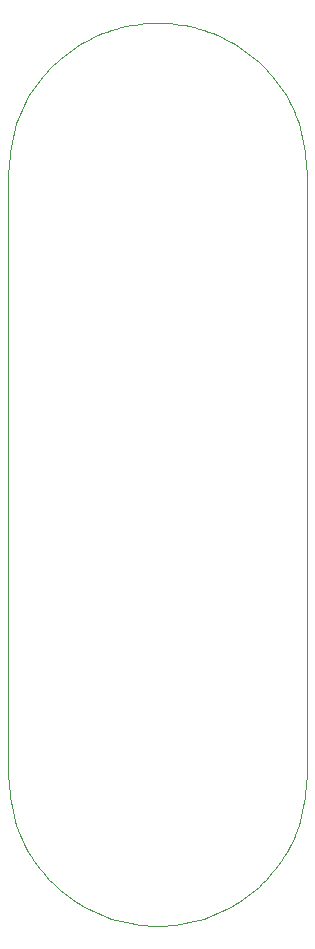
<source format=gm1>
G04 #@! TF.GenerationSoftware,KiCad,Pcbnew,(2017-01-24 revision 0b6147e)-makepkg*
G04 #@! TF.CreationDate,2017-06-09T09:58:06-07:00*
G04 #@! TF.ProjectId,POVSpinner,504F565370696E6E65722E6B69636164,rev?*
G04 #@! TF.FileFunction,Profile,NP*
%FSLAX46Y46*%
G04 Gerber Fmt 4.6, Leading zero omitted, Abs format (unit mm)*
G04 Created by KiCad (PCBNEW (2017-01-24 revision 0b6147e)-makepkg) date 06/09/17 09:58:06*
%MOMM*%
%LPD*%
G01*
G04 APERTURE LIST*
%ADD10C,0.100000*%
G04 APERTURE END LIST*
D10*
X137210000Y-111705287D02*
X137210000Y-60490000D01*
X111900000Y-111690000D02*
X111900000Y-60470000D01*
X111947879Y-60036388D02*
X111900000Y-60470000D01*
X111992608Y-59619415D02*
X111947879Y-60036388D01*
X112040537Y-59203356D02*
X111992608Y-59619415D01*
X112093266Y-58788671D02*
X112040537Y-59203356D01*
X112152392Y-58375817D02*
X112093266Y-58788671D01*
X112219518Y-57965253D02*
X112152392Y-58375817D01*
X112296241Y-57557434D02*
X112219518Y-57965253D01*
X112384162Y-57152820D02*
X112296241Y-57557434D01*
X112484881Y-56751869D02*
X112384162Y-57152820D01*
X112599996Y-56355037D02*
X112484881Y-56751869D01*
X112731082Y-55962782D02*
X112599996Y-56355037D01*
X112878737Y-55575535D02*
X112731082Y-55962782D01*
X113042346Y-55193693D02*
X112878737Y-55575535D01*
X113221215Y-54817652D02*
X113042346Y-55193693D01*
X113414649Y-54447806D02*
X113221215Y-54817652D01*
X113621954Y-54084551D02*
X113414649Y-54447806D01*
X113842438Y-53728282D02*
X113621954Y-54084551D01*
X114075405Y-53379396D02*
X113842438Y-53728282D01*
X114320162Y-53038286D02*
X114075405Y-53379396D01*
X114576015Y-52705349D02*
X114320162Y-53038286D01*
X114842271Y-52380980D02*
X114576015Y-52705349D01*
X115118304Y-52065557D02*
X114842271Y-52380980D01*
X115403798Y-51759392D02*
X115118304Y-52065557D01*
X115698518Y-51462773D02*
X115403798Y-51759392D01*
X116002228Y-51175992D02*
X115698518Y-51462773D01*
X116314696Y-50899338D02*
X116002228Y-51175992D01*
X116635686Y-50633103D02*
X116314696Y-50899338D01*
X116964965Y-50377576D02*
X116635686Y-50633103D01*
X117302297Y-50133048D02*
X116964965Y-50377576D01*
X117647449Y-49899808D02*
X117302297Y-50133048D01*
X118000185Y-49678148D02*
X117647449Y-49899808D01*
X118360271Y-49468357D02*
X118000185Y-49678148D01*
X118727379Y-49270670D02*
X118360271Y-49468357D01*
X119101058Y-49085244D02*
X118727379Y-49270670D01*
X119480841Y-48912229D02*
X119101058Y-49085244D01*
X119866266Y-48751777D02*
X119480841Y-48912229D01*
X120256868Y-48604040D02*
X119866266Y-48751777D01*
X120652183Y-48469166D02*
X120256868Y-48604040D01*
X121051747Y-48347309D02*
X120652183Y-48469166D01*
X121455096Y-48238618D02*
X121051747Y-48347309D01*
X121861766Y-48143245D02*
X121455096Y-48238618D01*
X122271292Y-48061340D02*
X121861766Y-48143245D01*
X122683213Y-47993045D02*
X122271292Y-48061340D01*
X123097086Y-47938408D02*
X122683213Y-47993045D01*
X123512476Y-47897431D02*
X123097086Y-47938408D01*
X123928950Y-47870112D02*
X123512476Y-47897431D01*
X124346074Y-47856453D02*
X123928950Y-47870112D01*
X124763415Y-47856453D02*
X124346074Y-47856453D01*
X125180539Y-47870112D02*
X124763415Y-47856453D01*
X125597013Y-47897430D02*
X125180539Y-47870112D01*
X126012403Y-47938408D02*
X125597013Y-47897430D01*
X126426275Y-47993044D02*
X126012403Y-47938408D01*
X126838196Y-48061339D02*
X126426275Y-47993044D01*
X127247723Y-48143244D02*
X126838196Y-48061339D01*
X127654393Y-48238617D02*
X127247723Y-48143244D01*
X128057742Y-48347308D02*
X127654393Y-48238617D01*
X128457306Y-48469165D02*
X128057742Y-48347308D01*
X128852621Y-48604038D02*
X128457306Y-48469165D01*
X129243223Y-48751776D02*
X128852621Y-48604038D01*
X129628647Y-48912227D02*
X129243223Y-48751776D01*
X130008431Y-49085242D02*
X129628647Y-48912227D01*
X130382109Y-49270668D02*
X130008431Y-49085242D01*
X130749218Y-49468355D02*
X130382109Y-49270668D01*
X131109303Y-49678146D02*
X130749218Y-49468355D01*
X131462040Y-49899806D02*
X131109303Y-49678146D01*
X131807191Y-50133045D02*
X131462040Y-49899806D01*
X132144523Y-50377574D02*
X131807191Y-50133045D01*
X132473802Y-50633101D02*
X132144523Y-50377574D01*
X132794792Y-50899337D02*
X132473802Y-50633101D01*
X133107260Y-51175990D02*
X132794792Y-50899337D01*
X133410970Y-51462772D02*
X133107260Y-51175990D01*
X133705690Y-51759390D02*
X133410970Y-51462772D01*
X133991184Y-52065556D02*
X133705690Y-51759390D01*
X134267217Y-52380978D02*
X133991184Y-52065556D01*
X134533472Y-52705348D02*
X134267217Y-52380978D01*
X134789326Y-53038285D02*
X134533472Y-52705348D01*
X135034083Y-53379395D02*
X134789326Y-53038285D01*
X135267050Y-53728282D02*
X135034083Y-53379395D01*
X135487533Y-54084550D02*
X135267050Y-53728282D01*
X135694839Y-54447805D02*
X135487533Y-54084550D01*
X135888273Y-54817651D02*
X135694839Y-54447805D01*
X136067141Y-55193693D02*
X135888273Y-54817651D01*
X136230750Y-55575535D02*
X136067141Y-55193693D01*
X136378405Y-55962782D02*
X136230750Y-55575535D01*
X136509491Y-56355037D02*
X136378405Y-55962782D01*
X136624606Y-56751869D02*
X136509491Y-56355037D01*
X136725325Y-57152820D02*
X136624606Y-56751869D01*
X136813246Y-57557434D02*
X136725325Y-57152820D01*
X136889969Y-57965253D02*
X136813246Y-57557434D01*
X136957094Y-58375818D02*
X136889969Y-57965253D01*
X137016221Y-58788671D02*
X136957094Y-58375818D01*
X137068949Y-59203356D02*
X137016221Y-58788671D01*
X137116878Y-59619415D02*
X137068949Y-59203356D01*
X137161608Y-60036388D02*
X137116878Y-59619415D01*
X137210000Y-60490000D02*
X137161608Y-60036388D01*
X111947879Y-112122716D02*
X111900000Y-111690000D01*
X111992608Y-112539689D02*
X111947879Y-112122716D01*
X112040537Y-112955748D02*
X111992608Y-112539689D01*
X112093265Y-113370432D02*
X112040537Y-112955748D01*
X112152392Y-113783286D02*
X112093265Y-113370432D01*
X112219517Y-114193851D02*
X112152392Y-113783286D01*
X112296240Y-114601670D02*
X112219517Y-114193851D01*
X112384161Y-115006283D02*
X112296240Y-114601670D01*
X112484880Y-115407235D02*
X112384161Y-115006283D01*
X112599995Y-115804067D02*
X112484880Y-115407235D01*
X112731080Y-116196322D02*
X112599995Y-115804067D01*
X112878736Y-116583569D02*
X112731080Y-116196322D01*
X113042345Y-116965411D02*
X112878736Y-116583569D01*
X113221213Y-117341453D02*
X113042345Y-116965411D01*
X113414647Y-117711299D02*
X113221213Y-117341453D01*
X113621953Y-118074554D02*
X113414647Y-117711299D01*
X113842436Y-118430822D02*
X113621953Y-118074554D01*
X114075403Y-118779709D02*
X113842436Y-118430822D01*
X114320160Y-119120819D02*
X114075403Y-118779709D01*
X114576013Y-119453756D02*
X114320160Y-119120819D01*
X114842269Y-119778125D02*
X114576013Y-119453756D01*
X115118302Y-120093547D02*
X114842269Y-119778125D01*
X115403796Y-120399713D02*
X115118302Y-120093547D01*
X115698516Y-120696332D02*
X115403796Y-120399713D01*
X116002226Y-120983113D02*
X115698516Y-120696332D01*
X116314694Y-121259767D02*
X116002226Y-120983113D01*
X116635684Y-121526002D02*
X116314694Y-121259767D01*
X116964963Y-121781529D02*
X116635684Y-121526002D01*
X117302295Y-122026058D02*
X116964963Y-121781529D01*
X117647447Y-122259297D02*
X117302295Y-122026058D01*
X118000183Y-122480957D02*
X117647447Y-122259297D01*
X118360268Y-122690748D02*
X118000183Y-122480957D01*
X118727377Y-122888435D02*
X118360268Y-122690748D01*
X119101055Y-123073862D02*
X118727377Y-122888435D01*
X119480839Y-123246876D02*
X119101055Y-123073862D01*
X119866264Y-123407328D02*
X119480839Y-123246876D01*
X120256866Y-123555066D02*
X119866264Y-123407328D01*
X120652181Y-123689939D02*
X120256866Y-123555066D01*
X121051745Y-123811796D02*
X120652181Y-123689939D01*
X121455093Y-123920487D02*
X121051745Y-123811796D01*
X121861763Y-124015860D02*
X121455093Y-123920487D01*
X122271290Y-124097765D02*
X121861763Y-124015860D01*
X122683211Y-124166060D02*
X122271290Y-124097765D01*
X123097083Y-124220696D02*
X122683211Y-124166060D01*
X123512473Y-124261674D02*
X123097083Y-124220696D01*
X123928947Y-124288992D02*
X123512473Y-124261674D01*
X124346071Y-124302651D02*
X123928947Y-124288992D01*
X124763412Y-124302651D02*
X124346071Y-124302651D01*
X125180536Y-124288992D02*
X124763412Y-124302651D01*
X125597010Y-124261674D02*
X125180536Y-124288992D01*
X126012400Y-124220697D02*
X125597010Y-124261674D01*
X126426272Y-124166060D02*
X126012400Y-124220697D01*
X126838194Y-124097765D02*
X126426272Y-124166060D01*
X127247720Y-124015861D02*
X126838194Y-124097765D01*
X127654390Y-123920488D02*
X127247720Y-124015861D01*
X128057739Y-123811797D02*
X127654390Y-123920488D01*
X128457303Y-123689940D02*
X128057739Y-123811797D01*
X128852618Y-123555067D02*
X128457303Y-123689940D01*
X129243220Y-123407329D02*
X128852618Y-123555067D01*
X129628645Y-123246877D02*
X129243220Y-123407329D01*
X130008429Y-123073863D02*
X129628645Y-123246877D01*
X130382107Y-122888437D02*
X130008429Y-123073863D01*
X130749216Y-122690750D02*
X130382107Y-122888437D01*
X131109301Y-122480959D02*
X130749216Y-122690750D01*
X131462038Y-122259299D02*
X131109301Y-122480959D01*
X131807189Y-122026060D02*
X131462038Y-122259299D01*
X132144522Y-121781531D02*
X131807189Y-122026060D01*
X132473800Y-121526004D02*
X132144522Y-121781531D01*
X132794790Y-121259769D02*
X132473800Y-121526004D01*
X133107258Y-120983115D02*
X132794790Y-121259769D01*
X133410969Y-120696334D02*
X133107258Y-120983115D01*
X133705688Y-120399716D02*
X133410969Y-120696334D01*
X133991182Y-120093550D02*
X133705688Y-120399716D01*
X134267216Y-119778128D02*
X133991182Y-120093550D01*
X134533471Y-119453759D02*
X134267216Y-119778128D01*
X134789325Y-119120821D02*
X134533471Y-119453759D01*
X135034082Y-118779712D02*
X134789325Y-119120821D01*
X135267049Y-118430825D02*
X135034082Y-118779712D01*
X135487533Y-118074557D02*
X135267049Y-118430825D01*
X135694838Y-117711302D02*
X135487533Y-118074557D01*
X135888272Y-117341456D02*
X135694838Y-117711302D01*
X136067141Y-116965414D02*
X135888272Y-117341456D01*
X136230750Y-116583572D02*
X136067141Y-116965414D01*
X136378405Y-116196325D02*
X136230750Y-116583572D01*
X136509490Y-115804070D02*
X136378405Y-116196325D01*
X136624606Y-115407238D02*
X136509490Y-115804070D01*
X136725325Y-115006287D02*
X136624606Y-115407238D01*
X136813246Y-114601673D02*
X136725325Y-115006287D01*
X136889969Y-114193855D02*
X136813246Y-114601673D01*
X136957094Y-113783290D02*
X136889969Y-114193855D01*
X137016221Y-113370436D02*
X136957094Y-113783290D01*
X137068949Y-112955751D02*
X137016221Y-113370436D01*
X137116878Y-112539692D02*
X137068949Y-112955751D01*
X137161608Y-112122719D02*
X137116878Y-112539692D01*
X137204738Y-111705287D02*
X137161608Y-112122719D01*
M02*

</source>
